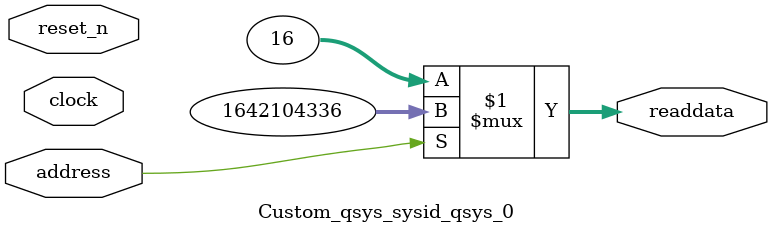
<source format=v>



// synthesis translate_off
`timescale 1ns / 1ps
// synthesis translate_on

// turn off superfluous verilog processor warnings 
// altera message_level Level1 
// altera message_off 10034 10035 10036 10037 10230 10240 10030 

module Custom_qsys_sysid_qsys_0 (
               // inputs:
                address,
                clock,
                reset_n,

               // outputs:
                readdata
             )
;

  output  [ 31: 0] readdata;
  input            address;
  input            clock;
  input            reset_n;

  wire    [ 31: 0] readdata;
  //control_slave, which is an e_avalon_slave
  assign readdata = address ? 1642104336 : 16;

endmodule



</source>
